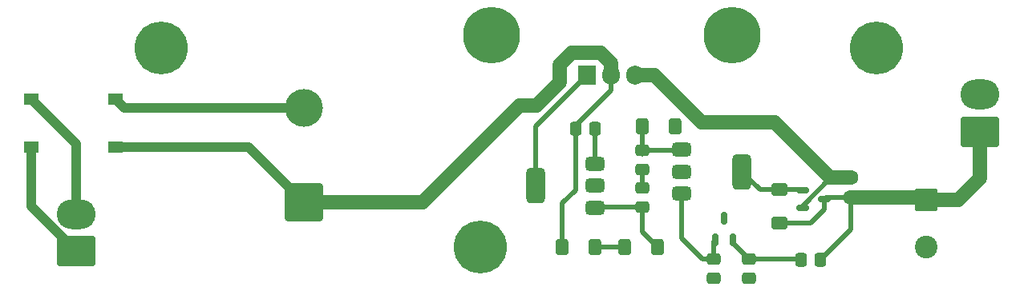
<source format=gbr>
%TF.GenerationSoftware,KiCad,Pcbnew,9.0.5*%
%TF.CreationDate,2025-11-27T11:00:23+01:00*%
%TF.ProjectId,Powersupply,506f7765-7273-4757-9070-6c792e6b6963,rev?*%
%TF.SameCoordinates,Original*%
%TF.FileFunction,Copper,L1,Top*%
%TF.FilePolarity,Positive*%
%FSLAX46Y46*%
G04 Gerber Fmt 4.6, Leading zero omitted, Abs format (unit mm)*
G04 Created by KiCad (PCBNEW 9.0.5) date 2025-11-27 11:00:23*
%MOMM*%
%LPD*%
G01*
G04 APERTURE LIST*
G04 Aperture macros list*
%AMRoundRect*
0 Rectangle with rounded corners*
0 $1 Rounding radius*
0 $2 $3 $4 $5 $6 $7 $8 $9 X,Y pos of 4 corners*
0 Add a 4 corners polygon primitive as box body*
4,1,4,$2,$3,$4,$5,$6,$7,$8,$9,$2,$3,0*
0 Add four circle primitives for the rounded corners*
1,1,$1+$1,$2,$3*
1,1,$1+$1,$4,$5*
1,1,$1+$1,$6,$7*
1,1,$1+$1,$8,$9*
0 Add four rect primitives between the rounded corners*
20,1,$1+$1,$2,$3,$4,$5,0*
20,1,$1+$1,$4,$5,$6,$7,0*
20,1,$1+$1,$6,$7,$8,$9,0*
20,1,$1+$1,$8,$9,$2,$3,0*%
G04 Aperture macros list end*
%TA.AperFunction,SMDPad,CuDef*%
%ADD10RoundRect,0.250000X-0.475000X0.337500X-0.475000X-0.337500X0.475000X-0.337500X0.475000X0.337500X0*%
%TD*%
%TA.AperFunction,SMDPad,CuDef*%
%ADD11RoundRect,0.375000X-0.625000X-0.375000X0.625000X-0.375000X0.625000X0.375000X-0.625000X0.375000X0*%
%TD*%
%TA.AperFunction,SMDPad,CuDef*%
%ADD12RoundRect,0.500000X-0.500000X-1.400000X0.500000X-1.400000X0.500000X1.400000X-0.500000X1.400000X0*%
%TD*%
%TA.AperFunction,ComponentPad*%
%ADD13C,5.600000*%
%TD*%
%TA.AperFunction,ComponentPad*%
%ADD14RoundRect,0.250000X1.750000X-1.750000X1.750000X1.750000X-1.750000X1.750000X-1.750000X-1.750000X0*%
%TD*%
%TA.AperFunction,ComponentPad*%
%ADD15C,4.000000*%
%TD*%
%TA.AperFunction,SMDPad,CuDef*%
%ADD16RoundRect,0.250000X-0.400000X-0.600000X0.400000X-0.600000X0.400000X0.600000X-0.400000X0.600000X0*%
%TD*%
%TA.AperFunction,SMDPad,CuDef*%
%ADD17RoundRect,0.250000X0.475000X-0.337500X0.475000X0.337500X-0.475000X0.337500X-0.475000X-0.337500X0*%
%TD*%
%TA.AperFunction,ComponentPad*%
%ADD18RoundRect,0.250000X1.800000X-1.330000X1.800000X1.330000X-1.800000X1.330000X-1.800000X-1.330000X0*%
%TD*%
%TA.AperFunction,ComponentPad*%
%ADD19O,4.100000X3.160000*%
%TD*%
%TA.AperFunction,SMDPad,CuDef*%
%ADD20RoundRect,0.250000X0.400000X0.600000X-0.400000X0.600000X-0.400000X-0.600000X0.400000X-0.600000X0*%
%TD*%
%TA.AperFunction,ComponentPad*%
%ADD21R,1.905000X2.000000*%
%TD*%
%TA.AperFunction,ComponentPad*%
%ADD22O,1.905000X2.000000*%
%TD*%
%TA.AperFunction,SMDPad,CuDef*%
%ADD23RoundRect,0.250000X-0.600000X0.400000X-0.600000X-0.400000X0.600000X-0.400000X0.600000X0.400000X0*%
%TD*%
%TA.AperFunction,SMDPad,CuDef*%
%ADD24RoundRect,0.250000X0.337500X0.475000X-0.337500X0.475000X-0.337500X-0.475000X0.337500X-0.475000X0*%
%TD*%
%TA.AperFunction,ComponentPad*%
%ADD25RoundRect,0.250001X-0.949999X0.949999X-0.949999X-0.949999X0.949999X-0.949999X0.949999X0.949999X0*%
%TD*%
%TA.AperFunction,ComponentPad*%
%ADD26C,2.400000*%
%TD*%
%TA.AperFunction,ComponentPad*%
%ADD27C,6.000000*%
%TD*%
%TA.AperFunction,SMDPad,CuDef*%
%ADD28RoundRect,0.150000X-0.512500X-0.150000X0.512500X-0.150000X0.512500X0.150000X-0.512500X0.150000X0*%
%TD*%
%TA.AperFunction,SMDPad,CuDef*%
%ADD29R,1.500000X1.300000*%
%TD*%
%TA.AperFunction,SMDPad,CuDef*%
%ADD30RoundRect,0.250000X-0.337500X-0.475000X0.337500X-0.475000X0.337500X0.475000X-0.337500X0.475000X0*%
%TD*%
%TA.AperFunction,SMDPad,CuDef*%
%ADD31RoundRect,0.375000X0.625000X0.375000X-0.625000X0.375000X-0.625000X-0.375000X0.625000X-0.375000X0*%
%TD*%
%TA.AperFunction,SMDPad,CuDef*%
%ADD32RoundRect,0.500000X0.500000X1.400000X-0.500000X1.400000X-0.500000X-1.400000X0.500000X-1.400000X0*%
%TD*%
%TA.AperFunction,SMDPad,CuDef*%
%ADD33RoundRect,0.150000X0.150000X-0.512500X0.150000X0.512500X-0.150000X0.512500X-0.150000X-0.512500X0*%
%TD*%
%TA.AperFunction,ViaPad*%
%ADD34C,0.600000*%
%TD*%
%TA.AperFunction,Conductor*%
%ADD35C,0.500000*%
%TD*%
%TA.AperFunction,Conductor*%
%ADD36C,1.500000*%
%TD*%
%TA.AperFunction,Conductor*%
%ADD37C,1.000000*%
%TD*%
G04 APERTURE END LIST*
D10*
%TO.P,R6,1*%
%TO.N,Net-(R6-Pad1)*%
X161100000Y-108232500D03*
%TO.P,R6,2*%
%TO.N,GND*%
X161100000Y-110307500D03*
%TD*%
D11*
%TO.P,Q2,1,B*%
%TO.N,Net-(D3-K)*%
X154040000Y-96677500D03*
%TO.P,Q2,2,C*%
%TO.N,Net-(D4-K)*%
X154040000Y-98977500D03*
D12*
X160340000Y-98977500D03*
D11*
%TO.P,Q2,3,E*%
%TO.N,Net-(Q2-E)*%
X154040000Y-101277500D03*
%TD*%
D13*
%TO.P,H3,1,1*%
%TO.N,unconnected-(H3-Pad1)*%
X174540000Y-85870000D03*
%TD*%
D14*
%TO.P,C2,1*%
%TO.N,Net-(D2-A)*%
X114160000Y-102227935D03*
D15*
%TO.P,C2,2*%
%TO.N,GND*%
X114160000Y-92227935D03*
%TD*%
D16*
%TO.P,D3,1,K*%
%TO.N,Net-(D3-K)*%
X149812500Y-94180000D03*
%TO.P,D3,2,A*%
%TO.N,GND*%
X153312500Y-94180000D03*
%TD*%
D10*
%TO.P,R4,1*%
%TO.N,Net-(D3-K)*%
X149840000Y-96692500D03*
%TO.P,R4,2*%
%TO.N,Net-(R2-Pad1)*%
X149840000Y-98767500D03*
%TD*%
D17*
%TO.P,I_SET1,1*%
%TO.N,Net-(D4-A)*%
X171840000Y-101685000D03*
%TO.P,I_SET1,2*%
%TO.N,Net-(U1-S)*%
X171840000Y-99610000D03*
%TD*%
D18*
%TO.P,J2,1,Pin_1*%
%TO.N,Net-(D4-A)*%
X185535000Y-94770000D03*
D19*
%TO.P,J2,2,Pin_2*%
%TO.N,GND*%
X185535000Y-90810000D03*
%TD*%
D13*
%TO.P,H1,1,1*%
%TO.N,unconnected-(H1-Pad1)*%
X132730000Y-106990000D03*
%TD*%
D20*
%TO.P,D2,1,K*%
%TO.N,Net-(D1-A)*%
X144870000Y-106980000D03*
%TO.P,D2,2,A*%
%TO.N,Net-(D2-A)*%
X141370000Y-106980000D03*
%TD*%
D21*
%TO.P,U1,1,G*%
%TO.N,Net-(D4-K)*%
X143990000Y-88800000D03*
D22*
%TO.P,U1,2,D*%
%TO.N,Net-(D2-A)*%
X146530000Y-88800000D03*
%TO.P,U1,3,S*%
%TO.N,Net-(U1-S)*%
X149070000Y-88800000D03*
%TD*%
D23*
%TO.P,D4,1,K*%
%TO.N,Net-(D4-K)*%
X164340000Y-100912500D03*
%TO.P,D4,2,A*%
%TO.N,Net-(D4-A)*%
X164340000Y-104412500D03*
%TD*%
D24*
%TO.P,V_SET1,1*%
%TO.N,Net-(D4-A)*%
X168657500Y-108290000D03*
%TO.P,V_SET1,2*%
%TO.N,Net-(R6-Pad1)*%
X166582500Y-108290000D03*
%TD*%
D20*
%TO.P,D1,1,K*%
%TO.N,Net-(D1-K)*%
X151497500Y-106980000D03*
%TO.P,D1,2,A*%
%TO.N,Net-(D1-A)*%
X147997500Y-106980000D03*
%TD*%
D10*
%TO.P,R2,1*%
%TO.N,Net-(R2-Pad1)*%
X149840000Y-100702500D03*
%TO.P,R2,2*%
%TO.N,Net-(D1-K)*%
X149840000Y-102777500D03*
%TD*%
D25*
%TO.P,C1,1*%
%TO.N,Net-(D4-A)*%
X179810000Y-102000000D03*
D26*
%TO.P,C1,2*%
%TO.N,GND*%
X179810000Y-107000000D03*
%TD*%
D27*
%TO.P,HS1,1*%
%TO.N,N/C*%
X133930000Y-84550000D03*
X159330000Y-84550000D03*
%TD*%
D18*
%TO.P,J1,1,Pin_1*%
%TO.N,Net-(J1-Pin_1)*%
X90100000Y-107420000D03*
D19*
%TO.P,J1,2,Pin_2*%
%TO.N,Net-(J1-Pin_2)*%
X90100000Y-103460000D03*
%TD*%
D13*
%TO.P,H2,1,1*%
%TO.N,unconnected-(H2-Pad1)*%
X99020000Y-85870000D03*
%TD*%
D28*
%TO.P,U2,1*%
%TO.N,Net-(D4-K)*%
X166760000Y-100920000D03*
%TO.P,U2,2*%
%TO.N,Net-(U1-S)*%
X166760000Y-102820000D03*
%TO.P,U2,3*%
%TO.N,Net-(D4-A)*%
X169035000Y-101870000D03*
%TD*%
D29*
%TO.P,D5,1,+*%
%TO.N,Net-(D2-A)*%
X94260000Y-96390000D03*
%TO.P,D5,2,-*%
%TO.N,GND*%
X94260000Y-91290000D03*
%TO.P,D5,3*%
%TO.N,Net-(J1-Pin_2)*%
X85360000Y-91290000D03*
%TO.P,D5,4*%
%TO.N,Net-(J1-Pin_1)*%
X85360000Y-96390000D03*
%TD*%
D30*
%TO.P,R1,1*%
%TO.N,Net-(D2-A)*%
X142790000Y-94472500D03*
%TO.P,R1,2*%
%TO.N,Net-(Q1-E)*%
X144865000Y-94472500D03*
%TD*%
D10*
%TO.P,R5,1*%
%TO.N,Net-(Q2-E)*%
X157410000Y-108212500D03*
%TO.P,R5,2*%
%TO.N,GND*%
X157410000Y-110287500D03*
%TD*%
D31*
%TO.P,Q1,1,B*%
%TO.N,Net-(D1-K)*%
X144867500Y-102792500D03*
%TO.P,Q1,2,C*%
%TO.N,Net-(D4-K)*%
X144867500Y-100492500D03*
D32*
X138567500Y-100492500D03*
D31*
%TO.P,Q1,3,E*%
%TO.N,Net-(Q1-E)*%
X144867500Y-98192500D03*
%TD*%
D33*
%TO.P,U3,1*%
%TO.N,Net-(Q2-E)*%
X157530000Y-106237500D03*
%TO.P,U3,2*%
%TO.N,Net-(R6-Pad1)*%
X159430000Y-106237500D03*
%TO.P,U3,3*%
%TO.N,GND*%
X158480000Y-103962500D03*
%TD*%
D34*
%TO.N,GND*%
X158480000Y-103962500D03*
X157410000Y-110287500D03*
X161100000Y-110307500D03*
X153312500Y-94180000D03*
%TO.N,Net-(D4-K)*%
X138557500Y-100482500D03*
X154040000Y-98977500D03*
X160340000Y-98977500D03*
X144867500Y-100492500D03*
%TD*%
D35*
%TO.N,Net-(D1-K)*%
X149840000Y-102777500D02*
X144882500Y-102777500D01*
X149840000Y-105322500D02*
X151497500Y-106980000D01*
X144882500Y-102777500D02*
X144867500Y-102792500D01*
X149840000Y-102777500D02*
X149840000Y-105322500D01*
%TO.N,Net-(D1-A)*%
X144870000Y-106980000D02*
X147997500Y-106980000D01*
D36*
%TO.N,Net-(D2-A)*%
X146530000Y-87485500D02*
X146530000Y-88800000D01*
D37*
X108322065Y-96390000D02*
X114160000Y-102227935D01*
D36*
X136886948Y-92010000D02*
X138660000Y-92010000D01*
X142380000Y-86410000D02*
X145454500Y-86410000D01*
D35*
X146530000Y-88800000D02*
X146530000Y-90350000D01*
X142790000Y-100930000D02*
X141370000Y-102350000D01*
D36*
X141150000Y-87640000D02*
X142380000Y-86410000D01*
D35*
X141370000Y-102350000D02*
X141370000Y-106980000D01*
D36*
X114160000Y-102227935D02*
X126669013Y-102227935D01*
X145454500Y-86410000D02*
X146530000Y-87485500D01*
D35*
X142790000Y-94090000D02*
X142790000Y-94472500D01*
D36*
X138660000Y-92010000D02*
X141150000Y-89520000D01*
X126669013Y-102227935D02*
X136886948Y-92010000D01*
D37*
X94260000Y-96390000D02*
X108322065Y-96390000D01*
D35*
X142790000Y-100930000D02*
X142790000Y-94472500D01*
D36*
X141150000Y-89520000D02*
X141150000Y-87640000D01*
D35*
X146530000Y-90350000D02*
X142790000Y-94090000D01*
%TO.N,Net-(D3-K)*%
X154025000Y-96692500D02*
X154040000Y-96677500D01*
X149840000Y-96692500D02*
X149840000Y-94207500D01*
X149842500Y-97110000D02*
X149830000Y-97122500D01*
X149840000Y-96692500D02*
X154025000Y-96692500D01*
X149840000Y-94207500D02*
X149812500Y-94180000D01*
D37*
%TO.N,GND*%
X95197935Y-92227935D02*
X94260000Y-91290000D01*
X114160000Y-92227935D02*
X95197935Y-92227935D01*
D35*
%TO.N,Net-(D4-K)*%
X164340000Y-100912500D02*
X162275000Y-100912500D01*
X138567500Y-94222500D02*
X138567500Y-100492500D01*
X162275000Y-100912500D02*
X160340000Y-98977500D01*
X166752500Y-100912500D02*
X166760000Y-100920000D01*
X138557500Y-100482500D02*
X138567500Y-100492500D01*
X143990000Y-88800000D02*
X138567500Y-94222500D01*
X164340000Y-100912500D02*
X166752500Y-100912500D01*
D36*
%TO.N,Net-(D4-A)*%
X179810000Y-102000000D02*
X183240000Y-102000000D01*
X185535000Y-99705000D02*
X185535000Y-94770000D01*
D35*
X171840000Y-101685000D02*
X169220000Y-101685000D01*
X167630000Y-104400000D02*
X169035000Y-102995000D01*
X164340000Y-104412500D02*
X166792499Y-104412500D01*
D36*
X171840000Y-101685000D02*
X179495000Y-101685000D01*
D37*
X179495000Y-101685000D02*
X179810000Y-102000000D01*
D35*
X172105000Y-101950000D02*
X171840000Y-101685000D01*
X166792499Y-104412500D02*
X166804999Y-104400000D01*
X169035000Y-102995000D02*
X169035000Y-101870000D01*
D36*
X183240000Y-102000000D02*
X185535000Y-99705000D01*
D35*
X166804999Y-104400000D02*
X167630000Y-104400000D01*
X171840000Y-101685000D02*
X171840000Y-105107500D01*
X171840000Y-105107500D02*
X168657500Y-108290000D01*
X169220000Y-101685000D02*
X169035000Y-101870000D01*
%TO.N,Net-(Q1-E)*%
X144865000Y-98190000D02*
X144867500Y-98192500D01*
X144865000Y-94472500D02*
X144865000Y-98190000D01*
%TO.N,Net-(Q2-E)*%
X157415000Y-108280000D02*
X157415000Y-106352500D01*
X154040000Y-101277500D02*
X154040000Y-106082500D01*
X155100000Y-107142500D02*
X156237500Y-108280000D01*
X157415000Y-106352500D02*
X157530000Y-106237500D01*
X154040000Y-106082500D02*
X155100000Y-107142500D01*
X156237500Y-108280000D02*
X157415000Y-108280000D01*
%TO.N,Net-(R2-Pad1)*%
X149840000Y-98767500D02*
X149840000Y-100702500D01*
%TO.N,Net-(U1-S)*%
X169778400Y-99610000D02*
X166760000Y-102628400D01*
D36*
X156080000Y-93770000D02*
X163840000Y-93770000D01*
X169680000Y-99610000D02*
X171840000Y-99610000D01*
D35*
X166760000Y-102628400D02*
X166760000Y-102820000D01*
D36*
X149070000Y-88800000D02*
X151110000Y-88800000D01*
X163840000Y-93770000D02*
X169680000Y-99610000D01*
X151110000Y-88800000D02*
X156080000Y-93770000D01*
D35*
%TO.N,Net-(R6-Pad1)*%
X159430000Y-106562500D02*
X161100000Y-108232500D01*
X166525000Y-108232500D02*
X166582500Y-108290000D01*
X159430000Y-106237500D02*
X159430000Y-106562500D01*
X161100000Y-108232500D02*
X166525000Y-108232500D01*
D37*
%TO.N,Net-(J1-Pin_2)*%
X85360000Y-91290000D02*
X90100000Y-96030000D01*
X90100000Y-96030000D02*
X90100000Y-103460000D01*
%TO.N,Net-(J1-Pin_1)*%
X85360000Y-102680000D02*
X90100000Y-107420000D01*
X85360000Y-96390000D02*
X85360000Y-102680000D01*
%TD*%
M02*

</source>
